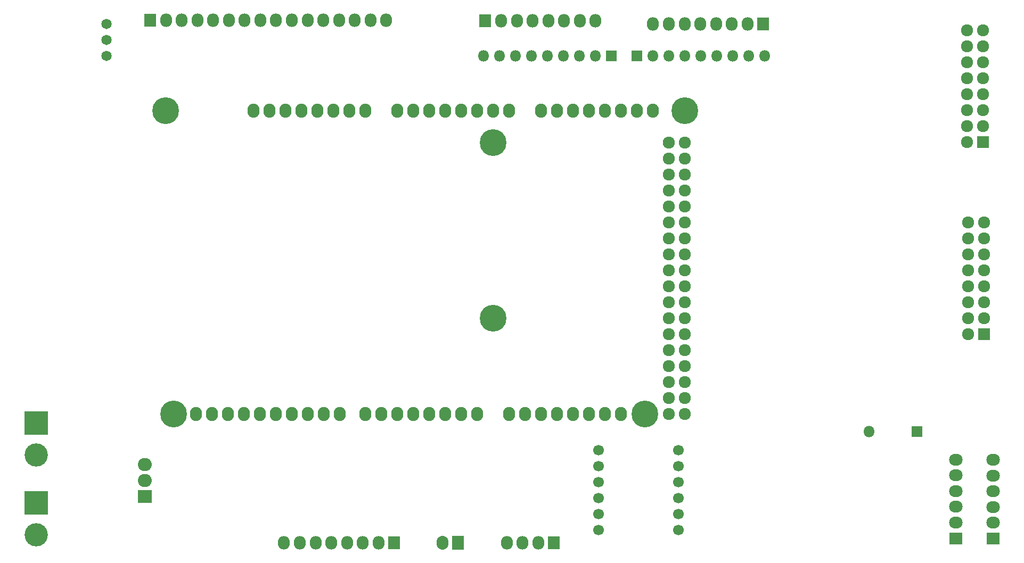
<source format=gbr>
G04 #@! TF.GenerationSoftware,KiCad,Pcbnew,(5.0.0-rc3)*
G04 #@! TF.CreationDate,2018-09-21T21:08:00-07:00*
G04 #@! TF.ProjectId,PCV MATOME MAIN V5-KICAD 5.0,504356204D41544F4D45204D41494E20,rev?*
G04 #@! TF.SameCoordinates,Original*
G04 #@! TF.FileFunction,Soldermask,Bot*
G04 #@! TF.FilePolarity,Negative*
%FSLAX46Y46*%
G04 Gerber Fmt 4.6, Leading zero omitted, Abs format (unit mm)*
G04 Created by KiCad (PCBNEW (5.0.0-rc3)) date 09/21/18 21:08:00*
%MOMM*%
%LPD*%
G01*
G04 APERTURE LIST*
%ADD10C,1.927200*%
%ADD11O,1.927200X1.927200*%
%ADD12O,1.927200X2.232000*%
%ADD13C,4.264000*%
%ADD14C,1.640000*%
%ADD15R,1.800000X1.800000*%
%ADD16O,1.800000X1.800000*%
%ADD17R,2.200000X2.105000*%
%ADD18O,2.200000X2.105000*%
%ADD19C,1.700000*%
%ADD20R,1.927200X1.927200*%
%ADD21O,2.150000X1.900000*%
%ADD22R,2.150000X1.900000*%
%ADD23R,1.900000X2.150000*%
%ADD24O,1.900000X2.150000*%
%ADD25R,1.900000X2.200000*%
%ADD26O,1.900000X2.200000*%
%ADD27C,3.700120*%
%ADD28R,3.700120X3.700120*%
G04 APERTURE END LIST*
D10*
G04 #@! TO.C,P4*
X197349516Y-76012509D03*
D11*
X199889516Y-76012509D03*
X197349516Y-78552509D03*
X199889516Y-78552509D03*
X197349516Y-81092509D03*
X199889516Y-81092509D03*
X197349516Y-83632509D03*
X199889516Y-83632509D03*
X197349516Y-86172509D03*
X199889516Y-86172509D03*
X197349516Y-88712509D03*
X199889516Y-88712509D03*
X197349516Y-91252509D03*
X199889516Y-91252509D03*
X197349516Y-93792509D03*
X199889516Y-93792509D03*
X197349516Y-96332509D03*
X199889516Y-96332509D03*
X197349516Y-98872509D03*
X199889516Y-98872509D03*
X197349516Y-101412509D03*
X199889516Y-101412509D03*
X197349516Y-103952509D03*
X199889516Y-103952509D03*
X197349516Y-106492509D03*
X199889516Y-106492509D03*
X197349516Y-109032509D03*
X199889516Y-109032509D03*
X197349516Y-111572509D03*
X199889516Y-111572509D03*
X197349516Y-114112509D03*
X199889516Y-114112509D03*
X197349516Y-116652509D03*
X199889516Y-116652509D03*
X197349516Y-119192509D03*
X199889516Y-119192509D03*
G04 #@! TD*
D12*
G04 #@! TO.C,P1*
X131309516Y-70932509D03*
X133849516Y-70932509D03*
X136389516Y-70932509D03*
X138929516Y-70932509D03*
X141469516Y-70932509D03*
X144009516Y-70932509D03*
X146549516Y-70932509D03*
X149089516Y-70932509D03*
G04 #@! TD*
G04 #@! TO.C,P2*
X154169516Y-70932509D03*
X156709516Y-70932509D03*
X159249516Y-70932509D03*
X161789516Y-70932509D03*
X164329516Y-70932509D03*
X166869516Y-70932509D03*
X169409516Y-70932509D03*
X171949516Y-70932509D03*
G04 #@! TD*
G04 #@! TO.C,P3*
X177029516Y-70932509D03*
X179569516Y-70932509D03*
X182109516Y-70932509D03*
X184649516Y-70932509D03*
X187189516Y-70932509D03*
X189729516Y-70932509D03*
X192269516Y-70932509D03*
X194809516Y-70932509D03*
G04 #@! TD*
G04 #@! TO.C,P5*
X122165516Y-119192509D03*
X124705516Y-119192509D03*
X127245516Y-119192509D03*
X129785516Y-119192509D03*
X132325516Y-119192509D03*
X134865516Y-119192509D03*
X137405516Y-119192509D03*
X139945516Y-119192509D03*
X142485516Y-119192509D03*
X145025516Y-119192509D03*
G04 #@! TD*
G04 #@! TO.C,P6*
X149089516Y-119192509D03*
X151629516Y-119192509D03*
X154169516Y-119192509D03*
X156709516Y-119192509D03*
X159249516Y-119192509D03*
X161789516Y-119192509D03*
X164329516Y-119192509D03*
X166869516Y-119192509D03*
G04 #@! TD*
G04 #@! TO.C,P7*
X171949516Y-119192509D03*
X174489516Y-119192509D03*
X177029516Y-119192509D03*
X179569516Y-119192509D03*
X182109516Y-119192509D03*
X184649516Y-119192509D03*
X187189516Y-119192509D03*
X189729516Y-119192509D03*
G04 #@! TD*
D13*
G04 #@! TO.C,P8*
X117339516Y-70932509D03*
G04 #@! TD*
G04 #@! TO.C,P9*
X169409516Y-76012509D03*
G04 #@! TD*
G04 #@! TO.C,P10*
X199889516Y-70932509D03*
G04 #@! TD*
G04 #@! TO.C,P11*
X118609516Y-119192509D03*
G04 #@! TD*
G04 #@! TO.C,P12*
X169409516Y-103952509D03*
G04 #@! TD*
G04 #@! TO.C,P13*
X193539516Y-119192509D03*
G04 #@! TD*
D14*
G04 #@! TO.C,RV1*
X107950000Y-57150000D03*
X107950000Y-59690000D03*
X107950000Y-62230000D03*
G04 #@! TD*
D15*
G04 #@! TO.C,SW1*
X236822080Y-122041544D03*
D16*
X229202080Y-122041544D03*
G04 #@! TD*
D17*
G04 #@! TO.C,U6*
X114050000Y-132350000D03*
D18*
X114050000Y-129810000D03*
X114050000Y-127270000D03*
G04 #@! TD*
D19*
G04 #@! TO.C,U4*
X198882000Y-124968000D03*
X198882000Y-127508000D03*
X198882000Y-130048000D03*
X198882000Y-132588000D03*
X198882000Y-135128000D03*
X198882000Y-137668000D03*
X186182000Y-124968000D03*
X186182000Y-127508000D03*
X186182000Y-130048000D03*
X186182000Y-132588000D03*
X186182000Y-135128000D03*
X186182000Y-137668000D03*
G04 #@! TD*
D11*
G04 #@! TO.C,J1*
X244790000Y-58150000D03*
X247330000Y-58150000D03*
X244790000Y-60690000D03*
X247330000Y-60690000D03*
X244790000Y-63230000D03*
X247330000Y-63230000D03*
X244790000Y-65770000D03*
X247330000Y-65770000D03*
X244790000Y-68310000D03*
X247330000Y-68310000D03*
X244790000Y-70850000D03*
X247330000Y-70850000D03*
X244790000Y-73390000D03*
X247330000Y-73390000D03*
X244790000Y-75930000D03*
D20*
X247330000Y-75930000D03*
G04 #@! TD*
G04 #@! TO.C,J2*
X247470000Y-106490000D03*
D11*
X244930000Y-106490000D03*
X247470000Y-103950000D03*
X244930000Y-103950000D03*
X247470000Y-101410000D03*
X244930000Y-101410000D03*
X247470000Y-98870000D03*
X244930000Y-98870000D03*
X247470000Y-96330000D03*
X244930000Y-96330000D03*
X247470000Y-93790000D03*
X244930000Y-93790000D03*
X247470000Y-91250000D03*
X244930000Y-91250000D03*
X247470000Y-88710000D03*
X244930000Y-88710000D03*
G04 #@! TD*
D21*
G04 #@! TO.C,J3*
X248920000Y-126506229D03*
X248920000Y-129006229D03*
X248920000Y-131506229D03*
X248920000Y-134006229D03*
X248920000Y-136506229D03*
D22*
X248920000Y-139006229D03*
G04 #@! TD*
D21*
G04 #@! TO.C,J4*
X243000000Y-126500000D03*
X243000000Y-129000000D03*
X243000000Y-131500000D03*
X243000000Y-134000000D03*
X243000000Y-136500000D03*
D22*
X243000000Y-139000000D03*
G04 #@! TD*
D23*
G04 #@! TO.C,J8*
X114900000Y-56550000D03*
D24*
X117400000Y-56550000D03*
X119900000Y-56550000D03*
X122400000Y-56550000D03*
X124900000Y-56550000D03*
X127400000Y-56550000D03*
X129900000Y-56550000D03*
X132400000Y-56550000D03*
X134900000Y-56550000D03*
X137400000Y-56550000D03*
X139900000Y-56550000D03*
X142400000Y-56550000D03*
X144900000Y-56550000D03*
X147400000Y-56550000D03*
X149900000Y-56550000D03*
X152400000Y-56550000D03*
G04 #@! TD*
G04 #@! TO.C,J5*
X185674000Y-56642000D03*
X183174000Y-56642000D03*
X180674000Y-56642000D03*
X178174000Y-56642000D03*
X175674000Y-56642000D03*
X173174000Y-56642000D03*
X170674000Y-56642000D03*
D23*
X168174000Y-56642000D03*
G04 #@! TD*
G04 #@! TO.C,J6*
X212344000Y-57150000D03*
D24*
X209844000Y-57150000D03*
X207344000Y-57150000D03*
X204844000Y-57150000D03*
X202344000Y-57150000D03*
X199844000Y-57150000D03*
X197344000Y-57150000D03*
X194844000Y-57150000D03*
G04 #@! TD*
D25*
G04 #@! TO.C,J7*
X163830000Y-139700000D03*
D26*
X161330000Y-139700000D03*
G04 #@! TD*
D23*
G04 #@! TO.C,J9*
X179070000Y-139700000D03*
D24*
X176570000Y-139700000D03*
X174070000Y-139700000D03*
X171570000Y-139700000D03*
G04 #@! TD*
D23*
G04 #@! TO.C,J10*
X153670000Y-139700000D03*
D24*
X151170000Y-139700000D03*
X148670000Y-139700000D03*
X146170000Y-139700000D03*
X143670000Y-139700000D03*
X141170000Y-139700000D03*
X138670000Y-139700000D03*
X136170000Y-139700000D03*
G04 #@! TD*
D27*
G04 #@! TO.C,J11*
X96730000Y-138430000D03*
D28*
X96730000Y-133350000D03*
G04 #@! TD*
G04 #@! TO.C,J12*
X96730000Y-120650000D03*
D27*
X96730000Y-125730000D03*
G04 #@! TD*
D16*
G04 #@! TO.C,RN1*
X167894000Y-62230000D03*
X170434000Y-62230000D03*
X172974000Y-62230000D03*
X175514000Y-62230000D03*
X178054000Y-62230000D03*
X180594000Y-62230000D03*
X183134000Y-62230000D03*
X185674000Y-62230000D03*
D15*
X188214000Y-62230000D03*
G04 #@! TD*
G04 #@! TO.C,RN2*
X192278000Y-62230000D03*
D16*
X194818000Y-62230000D03*
X197358000Y-62230000D03*
X199898000Y-62230000D03*
X202438000Y-62230000D03*
X204978000Y-62230000D03*
X207518000Y-62230000D03*
X210058000Y-62230000D03*
X212598000Y-62230000D03*
G04 #@! TD*
M02*

</source>
